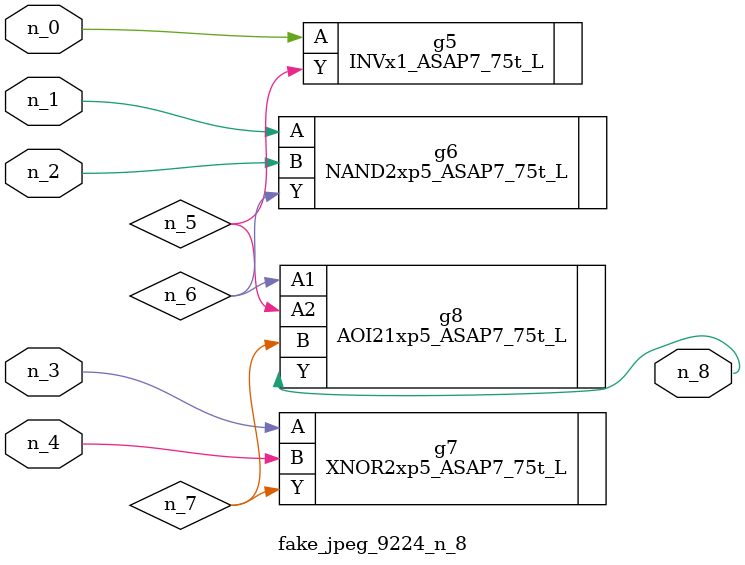
<source format=v>
module fake_jpeg_9224_n_8 (n_3, n_2, n_1, n_0, n_4, n_8);

input n_3;
input n_2;
input n_1;
input n_0;
input n_4;

output n_8;

wire n_6;
wire n_5;
wire n_7;

INVx1_ASAP7_75t_L g5 ( 
.A(n_0),
.Y(n_5)
);

NAND2xp5_ASAP7_75t_L g6 ( 
.A(n_1),
.B(n_2),
.Y(n_6)
);

XNOR2xp5_ASAP7_75t_L g7 ( 
.A(n_3),
.B(n_4),
.Y(n_7)
);

AOI21xp5_ASAP7_75t_L g8 ( 
.A1(n_6),
.A2(n_5),
.B(n_7),
.Y(n_8)
);


endmodule
</source>
